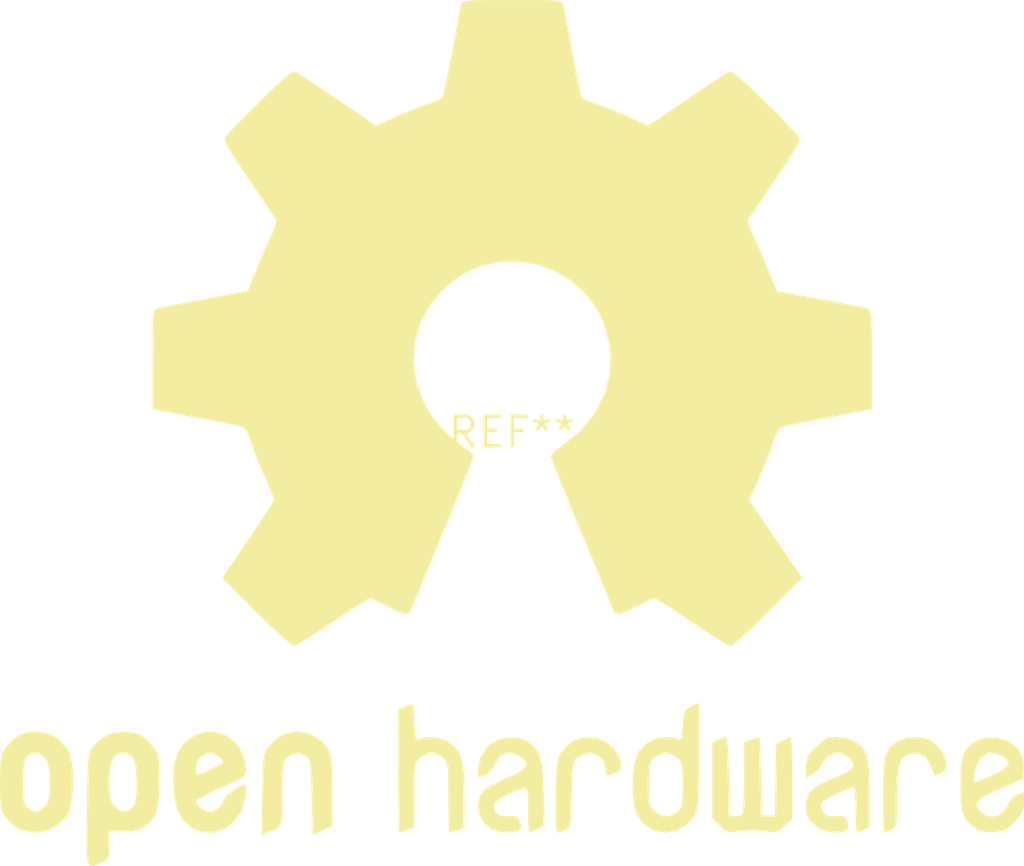
<source format=kicad_pcb>
(kicad_pcb (version 20240108) (generator pcbnew)
  (layers (0 "F.Cu" signal) (31 "B.Cu" signal) (34 "B.Paste" user) (35 "F.Paste" user) (36 "B.SilkS" user "B.Silkscreen") (37 "F.SilkS" user "F.Silkscreen") (38 "B.Mask" user) (39 "F.Mask" user) (44 "Edge.Cuts" user))
  (net 0 "")
  (footprint "OSHW-Logo2_48.7x40mm_SilkScreen" (layer "F.Cu") (at 0 0)
    (property "Reference" "REF**")
    (property "Value" "OSHW-Logo2_48.7x40mm_SilkScreen")
    (fp_poly (pts (xy 17.785632 13.133394) (xy 17.901951 13.184231) (xy 18.17959 13.404117) (xy 18.417009 13.722059) (xy 18.563842 14.061354) (xy 18.58774 14.228625) (xy 18.507618 14.462156) (xy 18.331869 14.585724) (xy 18.143436 14.660546) (xy 18.057154 14.674333) (xy 18.015141 14.574276) (xy 17.93218 14.356537) (xy 17.895784 14.258152) (xy 17.691695 13.917826) (xy 17.396205 13.748076) (xy 17.01731 13.753296) (xy 16.989246 13.759982) (xy 16.786961 13.855889) (xy 16.638247 14.042863) (xy 16.536675 14.343877) (xy 16.475815 14.781902) (xy 16.449235 15.379912) (xy 16.446744 15.698112) (xy 16.445507 16.19971) (xy 16.437409 16.54165) (xy 16.415866 16.758907) (xy 16.374293 16.88646) (xy 16.306109 16.959285) (xy 16.204729 17.012358) (xy 16.19887 17.01503) (xy 16.003636 17.097573) (xy 15.906916 17.127969) (xy 15.892054 17.036074) (xy 15.879331 16.782067) (xy 15.869663 16.39847) (xy 15.86397 15.917804) (xy 15.862836 15.566048) (xy 15.868626 14.885375) (xy 15.891273 14.368989) (xy 15.938691 13.986747) (xy 16.018793 13.708505) (xy 16.139493 13.50412) (xy 16.308706 13.343448) (xy 16.475798 13.231309) (xy 16.877582 13.082064) (xy 17.345192 13.048403) (xy 17.785632 13.133394)) (layer "F.SilkS") (stroke (width 0.01)) (fill solid))
    (fp_poly (pts (xy -8.608569 12.92573) (xy -8.296257 13.106379) (xy -8.079119 13.285689) (xy -7.920311 13.473552) (xy -7.810908 13.703291) (xy -7.74198 14.008228) (xy -7.704599 14.421688) (xy -7.689838 14.976992) (xy -7.688122 15.376171) (xy -7.688122 16.845532) (xy -8.101724 17.030944) (xy -8.515325 17.216357) (xy -8.563984 15.606983) (xy -8.58409 15.005932) (xy -8.605182 14.569669) (xy -8.631314 14.268371) (xy -8.666543 14.072214) (xy -8.714923 13.951376) (xy -8.780508 13.876032) (xy -8.80155 13.859724) (xy -9.120375 13.732355) (xy -9.442643 13.782756) (xy -9.634482 13.916475) (xy -9.712518 14.011232) (xy -9.766535 14.135574) (xy -9.800864 14.324077) (xy -9.819837 14.611314) (xy -9.827786 15.031861) (xy -9.829118 15.470139) (xy -9.82938 16.019998) (xy -9.838795 16.409204) (xy -9.870309 16.671701) (xy -9.936867 16.841436) (xy -10.051414 16.952354) (xy -10.226895 17.038401) (xy -10.461277 17.127814) (xy -10.717265 17.225141) (xy -10.686793 15.497819) (xy -10.674522 14.87513) (xy -10.660165 14.414966) (xy -10.63959 14.085228) (xy -10.60866 13.853817) (xy -10.563243 13.688632) (xy -10.499202 13.557575) (xy -10.421994 13.441947) (xy -10.049494 13.072566) (xy -9.594958 12.858962) (xy -9.100583 12.807796) (xy -8.608569 12.92573)) (layer "F.SilkS") (stroke (width 0.01)) (fill solid))
    (fp_poly (pts (xy 3.553143 13.073067) (xy 3.995217 13.236198) (xy 4.353365 13.524731) (xy 4.493439 13.72784) (xy 4.646142 14.100536) (xy 4.64297 14.370019) (xy 4.482694 14.551262) (xy 4.423391 14.58208) (xy 4.167348 14.678168) (xy 4.036587 14.653551) (xy 3.992296 14.492195) (xy 3.990039 14.403065) (xy 3.908953 14.075161) (xy 3.697603 13.845781) (xy 3.403847 13.734994) (xy 3.075545 13.76287) (xy 2.808674 13.907653) (xy 2.718537 13.990239) (xy 2.654646 14.090431) (xy 2.611487 14.241884) (xy 2.583546 14.478255) (xy 2.565309 14.833199) (xy 2.551261 15.340372) (xy 2.547623 15.500958) (xy 2.534356 16.050316) (xy 2.519271 16.436961) (xy 2.496649 16.692776) (xy 2.460769 16.849644) (xy 2.40591 16.939449) (xy 2.326354 16.994075) (xy 2.275419 17.018209) (xy 2.059111 17.100734) (xy 1.93178 17.127969) (xy 1.889707 17.037009) (xy 1.864026 16.762012) (xy 1.854599 16.299803) (xy 1.861288 15.647207) (xy 1.863371 15.546552) (xy 1.87807 14.951162) (xy 1.895451 14.51641) (xy 1.920184 14.208305) (xy 1.95694 13.992859) (xy 2.01039 13.836083) (xy 2.085204 13.703987) (xy 2.124339 13.647382) (xy 2.348731 13.396933) (xy 2.5997 13.202126) (xy 2.630426 13.185122) (xy 3.080445 13.050865) (xy 3.553143 13.073067)) (layer "F.SilkS") (stroke (width 0.01)) (fill solid))
    (fp_poly (pts (xy 11.933746 13.1328) (xy 11.948598 13.388843) (xy 11.960236 13.77797) (xy 11.967717 14.269404) (xy 11.970115 14.784851) (xy 11.970115 16.529089) (xy 11.662149 16.837055) (xy 11.449926 17.026823) (xy 11.263631 17.10369) (xy 11.009007 17.098825) (xy 10.907935 17.086446) (xy 10.592034 17.050419) (xy 10.330741 17.029776) (xy 10.26705 17.02787) (xy 10.052331 17.040341) (xy 9.745237 17.071647) (xy 9.626166 17.086446) (xy 9.333714 17.109336) (xy 9.137177 17.059615) (xy 8.942299 16.906116) (xy 8.871951 16.837055) (xy 8.563985 16.529089) (xy 8.563985 13.266491) (xy 8.811859 13.153552) (xy 9.025299 13.069899) (xy 9.150174 13.040613) (xy 9.182192 13.133166) (xy 9.212116 13.391767) (xy 9.237955 13.787828) (xy 9.257713 14.292759) (xy 9.267243 14.719349) (xy 9.29387 16.398084) (xy 9.526159 16.430928) (xy 9.737431 16.407964) (xy 9.840953 16.33361) (xy 9.869889 16.194596) (xy 9.894595 15.898479) (xy 9.913104 15.482781) (xy 9.923455 14.985023) (xy 9.924947 14.728869) (xy 9.926437 13.254289) (xy 10.232913 13.147451) (xy 10.449832 13.074811) (xy 10.567825 13.040936) (xy 10.571228 13.040613) (xy 10.583066 13.132697) (xy 10.596077 13.388036) (xy 10.609171 13.775264) (xy 10.621253 14.263014) (xy 10.629695 14.719349) (xy 10.656322 16.398084) (xy 11.24023 16.398084) (xy 11.267025 14.86655) (xy 11.293819 13.335016) (xy 11.578475 13.187815) (xy 11.788644 13.086731) (xy 11.913034 13.040861) (xy 11.916624 13.040613) (xy 11.933746 13.1328)) (layer "F.SilkS") (stroke (width 0.01)) (fill solid))
    (fp_poly (pts (xy -4.184674 12.412857) (xy -4.156154 12.810625) (xy -4.123397 13.045021) (xy -4.078004 13.147263) (xy -4.011577 13.148571) (xy -3.990038 13.136366) (xy -3.703534 13.047993) (xy -3.33085 13.053153) (xy -2.951952 13.143998) (xy -2.714966 13.261518) (xy -2.471982 13.449261) (xy -2.294355 13.661729) (xy -2.172417 13.931699) (xy -2.096501 14.291952) (xy -2.056937 14.775266) (xy -2.04406 15.414422) (xy -2.043829 15.537032) (xy -2.043678 16.914293) (xy -2.350154 17.021131) (xy -2.567826 17.093815) (xy -2.687252 17.127656) (xy -2.690767 17.127969) (xy -2.702528 17.036199) (xy -2.712537 16.783077) (xy -2.720033 16.401882) (xy -2.724254 15.925896) (xy -2.724904 15.636504) (xy -2.726258 15.06591) (xy -2.733228 14.65696) (xy -2.750177 14.376667) (xy -2.781468 14.192045) (xy -2.831463 14.070106) (xy -2.904525 13.977862) (xy -2.950142 13.933439) (xy -3.263503 13.754428) (xy -3.605452 13.741022) (xy -3.915701 13.892416) (xy -3.973074 13.947077) (xy -4.057227 14.049857) (xy -4.115599 14.171771) (xy -4.152859 14.348049) (xy -4.173678 14.613922) (xy -4.182726 15.004618) (xy -4.184674 15.543304) (xy -4.184674 16.914293) (xy -4.49115 17.021131) (xy -4.708823 17.093815) (xy -4.828248 17.127656) (xy -4.831763 17.127969) (xy -4.84075 17.034827) (xy -4.84885 16.772101) (xy -4.85574 16.364844) (xy -4.861095 15.838107) (xy -4.864589 15.216942) (xy -4.865898 14.526401) (xy -4.8659 14.495685) (xy -4.8659 11.863401) (xy -4.549616 11.729989) (xy -4.233333 11.596577) (xy -4.184674 12.412857)) (layer "F.SilkS") (stroke (width 0.01)) (fill solid))
    (fp_poly (pts (xy -19.839264 12.886716) (xy -19.383129 13.12656) (xy -19.046497 13.512555) (xy -18.926918 13.76071) (xy -18.833869 14.133306) (xy -18.786237 14.604089) (xy -18.781721 15.117904) (xy -18.818017 15.619598) (xy -18.892822 16.054017) (xy -19.003832 16.366009) (xy -19.037951 16.419741) (xy -19.442061 16.82083) (xy -19.922044 17.061058) (xy -20.442869 17.13136) (xy -20.969507 17.022673) (xy -21.116067 16.957512) (xy -21.401479 16.756706) (xy -21.651973 16.490449) (xy -21.675646 16.456681) (xy -21.77187 16.293937) (xy -21.835477 16.119967) (xy -21.873053 15.890949) (xy -21.891184 15.56306) (xy -21.896459 15.092479) (xy -21.896551 14.986973) (xy -21.896309 14.953397) (xy -20.923371 14.953397) (xy -20.917708 15.397521) (xy -20.895425 15.692246) (xy -20.848582 15.882616) (xy -20.769238 16.013673) (xy -20.728735 16.057471) (xy -20.49588 16.223906) (xy -20.269804 16.216315) (xy -20.041218 16.071946) (xy -19.904883 15.917821) (xy -19.82414 15.692858) (xy -19.778797 15.338109) (xy -19.775686 15.296734) (xy -19.767947 14.653822) (xy -19.848834 14.176333) (xy -20.017252 13.8672) (xy -20.272107 13.729356) (xy -20.363081 13.721839) (xy -20.601963 13.759642) (xy -20.765367 13.890612) (xy -20.865274 14.141087) (xy -20.913669 14.537407) (xy -20.923371 14.953397) (xy -21.896309 14.953397) (xy -21.892927 14.485529) (xy -21.877707 14.135163) (xy -21.844372 13.892381) (xy -21.786403 13.713693) (xy -21.697281 13.555605) (xy -21.677586 13.526213) (xy -21.34656 13.130022) (xy -20.985861 12.900027) (xy -20.54673 12.808729) (xy -20.397611 12.804269) (xy -19.839264 12.886716)) (layer "F.SilkS") (stroke (width 0.01)) (fill solid))
    (fp_poly (pts (xy 21.144797 13.188466) (xy 21.529833 13.440113) (xy 21.715547 13.665391) (xy 21.862679 14.074183) (xy 21.874365 14.39766) (xy 21.847893 14.830187) (xy 20.850384 15.266796) (xy 20.365369 15.48986) (xy 20.048457 15.669299) (xy 19.883672 15.824721) (xy 19.855036 15.975733) (xy 19.946573 16.141941) (xy 20.04751 16.252107) (xy 20.34121 16.428778) (xy 20.660655 16.441157) (xy 20.95404 16.30347) (xy 21.169562 16.029944) (xy 21.20811 15.933359) (xy 21.392752 15.631695) (xy 21.605176 15.503134) (xy 21.896552 15.393152) (xy 21.896552 15.810114) (xy 21.870792 16.093852) (xy 21.769886 16.333126) (xy 21.558394 16.607854) (xy 21.526959 16.643554) (xy 21.29171 16.887971) (xy 21.089491 17.01914) (xy 20.8365 17.079484) (xy 20.626768 17.099246) (xy 20.251622 17.104169) (xy 19.984567 17.041783) (xy 19.817966 16.949157) (xy 19.556126 16.745469) (xy 19.374878 16.525181) (xy 19.260173 16.248137) (xy 19.197959 15.87418) (xy 19.174187 15.363154) (xy 19.172289 15.103788) (xy 19.178741 14.792842) (xy 19.766331 14.792842) (xy 19.773146 14.959654) (xy 19.790131 14.986973) (xy 19.902219 14.949861) (xy 20.143435 14.851644) (xy 20.465825 14.712003) (xy 20.533244 14.68199) (xy 20.940677 14.474808) (xy 21.165158 14.292717) (xy 21.214493 14.122162) (xy 21.09649 13.949588) (xy 20.999036 13.873334) (xy 20.647388 13.720833) (xy 20.318254 13.746028) (xy 20.042708 13.932171) (xy 19.851826 14.262511) (xy 19.790627 14.524713) (xy 19.766331 14.792842) (xy 19.178741 14.792842) (xy 19.184864 14.497837) (xy 19.231197 14.049511) (xy 19.32298 13.723052) (xy 19.471908 13.482704) (xy 19.689671 13.292709) (xy 19.78461 13.231309) (xy 20.215876 13.071406) (xy 20.688041 13.061344) (xy 21.144797 13.188466)) (layer "F.SilkS") (stroke (width 0.01)) (fill solid))
    (fp_poly (pts (xy 7.979713 13.848185) (xy 7.978478 14.575538) (xy 7.973693 15.135064) (xy 7.963342 15.553568) (xy 7.945407 15.857851) (xy 7.917872 16.074717) (xy 7.878721 16.23097) (xy 7.825936 16.353413) (xy 7.785967 16.423303) (xy 7.454966 16.802314) (xy 7.035295 17.039883) (xy 6.570972 17.125127) (xy 6.106016 17.047166) (xy 5.829143 16.907064) (xy 5.538484 16.664705) (xy 5.340389 16.368707) (xy 5.22087 15.981068) (xy 5.165938 15.463784) (xy 5.158157 15.084291) (xy 5.159206 15.05702) (xy 5.839081 15.05702) (xy 5.843233 15.492191) (xy 5.86226 15.780268) (xy 5.906015 15.968727) (xy 5.984352 16.105046) (xy 6.077952 16.207872) (xy 6.392292 16.40635) (xy 6.7298 16.423306) (xy 7.048786 16.257597) (xy 7.073613 16.235143) (xy 7.179582 16.118341) (xy 7.246027 15.979371) (xy 7.281999 15.772539) (xy 7.29655 15.452146) (xy 7.298851 15.097929) (xy 7.293863 14.652934) (xy 7.273215 14.356074) (xy 7.228381 14.160977) (xy 7.150835 14.021273) (xy 7.087251 13.947077) (xy 6.791877 13.75995) (xy 6.451692 13.73745) (xy 6.126984 13.880379) (xy 6.064319 13.933439) (xy 5.957644 14.051272) (xy 5.891061 14.191673) (xy 5.855311 14.400836) (xy 5.841132 14.724958) (xy 5.839081 15.05702) (xy 5.159206 15.05702) (xy 5.18168 14.473157) (xy 5.261573 14.013985) (xy 5.411826 13.668774) (xy 5.646428 13.399519) (xy 5.829143 13.261518) (xy 6.161253 13.112428) (xy 6.546183 13.043225) (xy 6.903997 13.061749) (xy 7.104215 13.136476) (xy 7.182785 13.157743) (xy 7.234922 13.078449) (xy 7.271316 12.865961) (xy 7.298851 12.54229) (xy 7.328997 12.181804) (xy 7.370871 11.964916) (xy 7.447064 11.840892) (xy 7.580169 11.758997) (xy 7.663794 11.722731) (xy 7.980077 11.590239) (xy 7.979713 13.848185)) (layer "F.SilkS") (stroke (width 0.01)) (fill solid))
    (fp_poly (pts (xy -12.281494 12.948921) (xy -11.897807 13.207038) (xy -11.601297 13.57983) (xy -11.424169 14.054217) (xy -11.388344 14.403382) (xy -11.392413 14.549088) (xy -11.42648 14.660648) (xy -11.520129 14.760596) (xy -11.702946 14.871466) (xy -12.004517 15.015792) (xy -12.454427 15.216109) (xy -12.456705 15.217115) (xy -12.870831 15.406791) (xy -13.210425 15.575218) (xy -13.440777 15.704265) (xy -13.52718 15.775799) (xy -13.527203 15.776376) (xy -13.45105 15.932148) (xy -13.272968 16.103848) (xy -13.068526 16.227537) (xy -12.964948 16.252107) (xy -12.682369 16.167127) (xy -12.439024 15.954304) (xy -12.32029 15.720312) (xy -12.206066 15.547809) (xy -11.982323 15.351362) (xy -11.719308 15.181653) (xy -11.487265 15.089362) (xy -11.438742 15.084291) (xy -11.384124 15.167736) (xy -11.380833 15.381037) (xy -11.420972 15.668642) (xy -11.496645 15.975002) (xy -11.599954 16.244565) (xy -11.605172 16.255031) (xy -11.916063 16.689113) (xy -12.318986 16.98437) (xy -12.776576 17.129288) (xy -13.251467 17.112354) (xy -13.706292 16.922054) (xy -13.726515 16.908673) (xy -14.0843 16.584422) (xy -14.31956 16.161363) (xy -14.449755 15.605086) (xy -14.467227 15.448796) (xy -14.498173 14.711098) (xy -14.461074 14.367081) (xy -13.527203 14.367081) (xy -13.515069 14.581675) (xy -13.448702 14.644303) (xy -13.283247 14.59745) (xy -13.022443 14.486695) (xy -12.730914 14.347864) (xy -12.723669 14.344187) (xy -12.476567 14.214216) (xy -12.377395 14.12748) (xy -12.40185 14.03655) (xy -12.504824 13.917072) (xy -12.766799 13.74417) (xy -13.048925 13.731465) (xy -13.30199 13.857297) (xy -13.476785 14.100005) (xy -13.527203 14.367081) (xy -14.461074 14.367081) (xy -14.434521 14.120869) (xy -14.271218 13.652763) (xy -14.043879 13.324825) (xy -13.63355 12.993432) (xy -13.181572 12.829038) (xy -12.720151 12.818561) (xy -12.281494 12.948921)) (layer "F.SilkS") (stroke (width 0.01)) (fill solid))
    (fp_poly (pts (xy 0.266482 13.081201) (xy 0.64781 13.222806) (xy 0.652172 13.225528) (xy 0.888011 13.3991) (xy 1.062119 13.601945) (xy 1.184571 13.86629) (xy 1.265446 14.224363) (xy 1.314818 14.70839) (xy 1.342764 15.350598) (xy 1.345214 15.442095) (xy 1.380399 16.821737) (xy 1.084304 16.974853) (xy 0.87006 17.078326) (xy 0.740701 17.127355) (xy 0.734718 17.127969) (xy 0.712332 17.037502) (xy 0.694549 16.793471) (xy 0.683611 16.436936) (xy 0.681226 16.148231) (xy 0.681171 15.680541) (xy 0.659791 15.386837) (xy 0.585266 15.246751) (xy 0.425775 15.239916) (xy 0.149498 15.345966) (xy -0.267624 15.540908) (xy -0.574343 15.702817) (xy -0.732097 15.843288) (xy -0.778473 15.996387) (xy -0.778544 16.003964) (xy -0.702015 16.267703) (xy -0.475434 16.410182) (xy -0.128673 16.43082) (xy 0.1211 16.42724) (xy 0.252798 16.499177) (xy 0.334928 16.671969) (xy 0.382198 16.892108) (xy 0.314077 17.017015) (xy 0.288427 17.034891) (xy 0.046943 17.106686) (xy -0.291224 17.116851) (xy -0.639478 17.069262) (xy -0.886248 16.982293) (xy -1.227426 16.692618) (xy -1.421363 16.289387) (xy -1.45977 15.974359) (xy -1.43046 15.690207) (xy -1.324398 15.458254) (xy -1.114388 15.252241) (xy -0.773229 15.045907) (xy -0.273725 14.812991) (xy -0.243295 14.799827) (xy 0.206658 14.591961) (xy 0.484313 14.421486) (xy 0.603324 14.268294) (xy 0.577344 14.112277) (xy 0.420024 13.933327) (xy 0.37298 13.892146) (xy 0.057865 13.732471) (xy -0.268647 13.739194) (xy -0.553011 13.895747) (xy -0.74168 14.185562) (xy -0.75921 14.242448) (xy -0.929924 14.518347) (xy -1.146542 14.651239) (xy -1.45977 14.782941) (xy -1.45977 14.442193) (xy -1.364489 13.946907) (xy -1.081682 13.492613) (xy -0.934516 13.340636) (xy -0.599982 13.145579) (xy -0.174549 13.05728) (xy 0.266482 13.081201)) (layer "F.SilkS") (stroke (width 0.01)) (fill solid))
    (fp_poly (pts (xy -16.093668 12.873011) (xy -15.721833 13.058408) (xy -15.39364 13.399769) (xy -15.303256 13.526213) (xy -15.204792 13.691668) (xy -15.140906 13.871374) (xy -15.104357 14.111215) (xy -15.087904 14.457073) (xy -15.084291 14.913669) (xy -15.100606 15.539385) (xy -15.157319 16.009195) (xy -15.266077 16.359694) (xy -15.438527 16.627476) (xy -15.686319 16.849137) (xy -15.704526 16.862261) (xy -15.948732 16.996511) (xy -16.242801 17.062934) (xy -16.616793 17.07931) (xy -17.224775 17.07931) (xy -17.225031 17.669523) (xy -17.230688 17.998234) (xy -17.265165 18.191045) (xy -17.35526 18.306686) (xy -17.527773 18.403881) (xy -17.569202 18.423738) (xy -17.763077 18.516796) (xy -17.913187 18.575572) (xy -18.024805 18.580648) (xy -18.103206 18.512604) (xy -18.153665 18.352023) (xy -18.181456 18.079485) (xy -18.191854 17.675573) (xy -18.190133 17.120868) (xy -18.181569 16.395951) (xy -18.178895 16.179119) (xy -18.169259 15.431673) (xy -18.160627 14.942738) (xy -17.225287 14.942738) (xy -17.22003 15.357753) (xy -17.196666 15.629289) (xy -17.143806 15.808384) (xy -17.050062 15.946078) (xy -16.986415 16.013236) (xy -16.726216 16.209737) (xy -16.495842 16.225732) (xy -16.258132 16.06346) (xy -16.252107 16.057471) (xy -16.155391 15.93206) (xy -16.096556 15.761615) (xy -16.06688 15.499127) (xy -16.057638 15.097586) (xy -16.057471 15.008627) (xy -16.079805 14.455278) (xy -16.152506 14.071684) (xy -16.284118 13.837513) (xy -16.483186 13.73243) (xy -16.598238 13.721839) (xy -16.871298 13.771533) (xy -17.058597 13.935161) (xy -17.17134 14.234539) (xy -17.220734 14.691485) (xy -17.225287 14.942738) (xy -18.160627 14.942738) (xy -18.159045 14.853174) (xy -18.145844 14.41794) (xy -18.127247 14.100292) (xy -18.100846 13.874547) (xy -18.064231 13.715025) (xy -18.014995 13.596045) (xy -17.950727 13.491926) (xy -17.92317 13.452746) (xy -17.557625 13.082656) (xy -17.095449 12.872824) (xy -16.560821 12.814325) (xy -16.093668 12.873011)) (layer "F.SilkS") (stroke (width 0.01)) (fill solid))
    (fp_poly (pts (xy 14.381355 13.117188) (xy 14.661563 13.244645) (xy 14.8815 13.399085) (xy 15.042648 13.571774) (xy 15.153908 13.794544) (xy 15.224178 14.099231) (xy 15.262357 14.517669) (xy 15.277344 15.081692) (xy 15.278928 15.453109) (xy 15.278928 16.902091) (xy 15.031053 17.01503) (xy 14.83582 17.097573) (xy 14.739099 17.127969) (xy 14.720595 17.037523) (xy 14.705916 16.793648) (xy 14.696928 16.437544) (xy 14.69502 16.154789) (xy 14.686819 15.746291) (xy 14.664708 15.422226) (xy 14.632421 15.223782) (xy 14.606773 15.181609) (xy 14.434371 15.224675) (xy 14.163724 15.335131) (xy 13.85034 15.484871) (xy 13.549725 15.645783) (xy 13.317385 15.78976) (xy 13.208826 15.888692) (xy 13.208396 15.889762) (xy 13.217734 16.072856) (xy 13.301464 16.247639) (xy 13.44847 16.389604) (xy 13.663031 16.437086) (xy 13.846403 16.431553) (xy 14.106115 16.427482) (xy 14.242442 16.488328) (xy 14.324317 16.649085) (xy 14.334641 16.679399) (xy 14.370134 16.908661) (xy 14.275218 17.047867) (xy 14.027814 17.11421) (xy 13.760561 17.126479) (xy 13.279634 17.035526) (xy 13.030676 16.905634) (xy 12.723209 16.600492) (xy 12.560145 16.225941) (xy 12.545512 15.83017) (xy 12.683338 15.461369) (xy 12.890655 15.230268) (xy 13.097645 15.100884) (xy 13.422984 14.937083) (xy 13.802107 14.770972) (xy 13.8653 14.74559) (xy 14.281738 14.561816) (xy 14.521796 14.399846) (xy 14.599001 14.238825) (xy 14.526879 14.0579) (xy 14.403066 13.916475) (xy 14.110425 13.74234) (xy 13.788433 13.729279) (xy 13.493146 13.863469) (xy 13.280619 14.131088) (xy 13.252724 14.200133) (xy 13.090319 14.454084) (xy 12.853216 14.642617) (xy 12.554023 14.797336) (xy 12.554023 14.358614) (xy 12.571633 14.090559) (xy 12.64714 13.879288) (xy 12.814557 13.653877) (xy 12.975272 13.480253) (xy 13.225182 13.234407) (xy 13.419353 13.102341) (xy 13.627907 13.049367) (xy 13.863977 13.040613) (xy 14.381355 13.117188)) (layer "F.SilkS") (stroke (width 0.01)) (fill solid))
    (fp_poly (pts (xy 0.696713 -18.490006) (xy 1.223354 -18.487123) (xy 1.604491 -18.479316) (xy 1.864689 -18.464127) (xy 2.028514 -18.4391) (xy 2.120531 -18.401778) (xy 2.165305 -18.349705) (xy 2.187404 -18.280424) (xy 2.189551 -18.271456) (xy 2.223118 -18.109623) (xy 2.28525 -17.790317) (xy 2.369484 -17.347525) (xy 2.469357 -16.815231) (xy 2.578405 -16.227421) (xy 2.582214 -16.206777) (xy 2.691445 -15.630728) (xy 2.793643 -15.12177) (xy 2.882212 -14.71043) (xy 2.950558 -14.427231) (xy 2.992085 -14.3027) (xy 2.994066 -14.300494) (xy 3.116397 -14.239682) (xy 3.368619 -14.138344) (xy 3.696261 -14.018357) (xy 3.698085 -14.017717) (xy 4.110776 -13.862593) (xy 4.597319 -13.664987) (xy 5.055938 -13.466304) (xy 5.077643 -13.45648) (xy 5.824634 -13.117449) (xy 7.478729 -14.24701) (xy 7.986153 -14.59136) (xy 8.445803 -14.89921) (xy 8.83105 -15.153053) (xy 9.115263 -15.335383) (xy 9.271814 -15.428691) (xy 9.28668 -15.435611) (xy 9.400448 -15.404801) (xy 9.612938 -15.256147) (xy 9.932437 -14.982638) (xy 10.367232 -14.577264) (xy 10.811095 -14.145985) (xy 11.238981 -13.720994) (xy 11.621937 -13.33318) (xy 11.936909 -13.006492) (xy 12.160843 -12.764878) (xy 12.270686 -12.63229) (xy 12.274772 -12.625464) (xy 12.286915 -12.534478) (xy 12.241168 -12.385888) (xy 12.12623 -12.159628) (xy 11.930798 -11.83563) (xy 11.643568 -11.393829) (xy 11.260665 -10.825081) (xy 10.920846 -10.324483) (xy 10.617076 -9.875501) (xy 10.366909 -9.504201) (xy 10.187898 -9.236651) (xy 10.097599 -9.098916) (xy 10.091915 -9.089565) (xy 10.10294 -8.957598) (xy 10.18651 -8.701104) (xy 10.325994 -8.368561) (xy 10.375707 -8.262362) (xy 10.592621 -7.789247) (xy 10.82404 -7.252422) (xy 11.01203 -6.787931) (xy 11.147489 -6.443187) (xy 11.255086 -6.181195) (xy 11.317261 -6.044267) (xy 11.324991 -6.033716) (xy 11.439342 -6.01624) (xy 11.708896 -5.968354) (xy 12.097812 -5.896877) (xy 12.570249 -5.808623) (xy 13.090367 -5.710411) (xy 13.622326 -5.609056) (xy 14.130285 -5.511374) (xy 14.578402 -5.424183) (xy 14.930839 -5.354298) (xy 15.151754 -5.308537) (xy 15.205939 -5.295598) (xy 15.261911 -5.263666) (xy 15.304162 -5.191546) (xy 15.334593 -5.054896) (xy 15.355105 -4.829371) (xy 15.367599 -4.490628) (xy 15.373975 -4.014324) (xy 15.376134 -3.376116) (xy 15.376246 -3.114518) (xy 15.376246 -0.986979) (xy 14.865326 -0.886135) (xy 14.581074 -0.831454) (xy 14.156899 -0.751636) (xy 13.644385 -0.656311) (xy 13.095115 -0.555109) (xy 12.943295 -0.527312) (xy 12.436441 -0.428766) (xy 11.994893 -0.33186) (xy 11.655713 -0.245571) (xy 11.455959 -0.178875) (xy 11.422685 -0.158996) (xy 11.340977 -0.018219) (xy 11.223826 0.254565) (xy 11.09391 0.60561) (xy 11.068141 0.681226) (xy 10.897867 1.150059) (xy 10.686512 1.679048) (xy 10.47968 2.154082) (xy 10.47866 2.156288) (xy 10.134224 2.901465) (xy 11.267047 4.567786) (xy 12.399869 6.234106) (xy 10.945404 7.690999) (xy 10.505496 8.124603) (xy 10.104264 8.506828) (xy 9.764244 8.817271) (xy 9.50797 9.035527) (xy 9.357978 9.141189) (xy 9.336461 9.147893) (xy 9.210134 9.095098) (xy 8.952359 8.94832) (xy 8.591297 8.724967) (xy 8.155107 8.442448) (xy 7.683507 8.126054) (xy 7.204871 7.803327) (xy 6.778118 7.522504) (xy 6.43035 7.300861) (xy 6.188667 7.155675) (xy 6.080526 7.104215) (xy 5.948587 7.147759) (xy 5.698396 7.262501) (xy 5.381559 7.4246) (xy 5.347973 7.442617) (xy 4.921304 7.6566) (xy 4.628727 7.761543) (xy 4.44676 7.762659) (xy 4.351918 7.665159) (xy 4.351366 7.663793) (xy 4.303959 7.548327) (xy 4.190897 7.274229) (xy 4.020947 6.862713) (xy 3.802875 6.334995) (xy 3.545447 5.712288) (xy 3.25743 5.015807) (xy 2.978502 4.341487) (xy 2.671959 3.597332) (xy 2.390501 2.907973) (xy 2.142563 2.294541) (xy 1.936581 1.778169) (xy 1.780991 1.379988) (xy 1.684227 1.12113) (xy 1.654407 1.024521) (xy 1.729188 0.9137) (xy 1.924795 0.737076) (xy 2.185629 0.542347) (xy 2.928445 -0.073494) (xy 3.509059 -0.779392) (xy 3.920512 -1.560479) (xy 4.155846 -2.401886) (xy 4.208102 -3.288743) (xy 4.17012 -3.698084) (xy 3.963166 -4.547355) (xy 3.606745 -5.297329) (xy 3.122963 -5.940609) (xy 2.533926 -6.469798) (xy 1.861741 -6.8775) (xy 1.128515 -7.156317) (xy 0.356353 -7.298853) (xy -0.432638 -7.29771) (xy -1.216351 -7.145492) (xy -1.972681 -6.834802) (xy -2.67952 -6.358243) (xy -2.974546 -6.088722) (xy -3.540369 -5.396642) (xy -3.934337 -4.640349) (xy -4.159073 -3.84189) (xy -4.217199 -3.02331) (xy -4.111339 -2.206656) (xy -3.844115 -1.413974) (xy -3.41815 -0.66731) (xy -2.836068 0.011289) (xy -2.185628 0.542347) (xy -1.914696 0.745342) (xy -1.723302 0.920049) (xy -1.654406 1.024686) (xy -1.69048 1.138796) (xy -1.793076 1.411395) (xy -1.953753 1.821355) (xy -2.164072 2.347544) (xy -2.415592 2.968831) (xy -2.699874 3.664086) (xy -2.979271 4.341652) (xy -3.287518 5.086443) (xy -3.573036 5.776614) (xy -3.827059 6.390954) (xy -4.040823 6.90825) (xy -4.20556 7.307293) (xy -4.312507 7.566869) (xy -4.352135 7.663793) (xy -4.445753 7.762258) (xy -4.626835 7.76197) (xy -4.918685 7.657753) (xy -5.344604 7.444431) (xy -5.347972 7.442617) (xy -5.66866 7.277071) (xy -5.927896 7.156483) (xy -6.074075 7.104692) (xy -6.080526 7.104215) (xy -6.190569 7.156748) (xy -6.433514 7.302832) (xy -6.782258 7.52519) (xy -7.209701 7.806546) (xy -7.683506 8.126054) (xy -8.16589 8.449558) (xy -8.600652 8.730899) (xy -8.959633 8.952669) (xy -9.214672 9.09746) (xy -9.33646 9.147893) (xy -9.448606 9.081606) (xy -9.674081 8.896345) (xy -9.990355 8.612513) (xy -10.374899 8.25051) (xy -10.805183 7.830738) (xy -10.945904 7.690498) (xy -12.400868 6.233104) (xy -11.29341 4.6078) (xy -10.956846 4.108683) (xy -10.661459 3.660732) (xy -10.42382 3.289897) (xy -10.260501 3.02213) (xy -10.188072 2.88338) (xy -10.185951 2.873509) (xy -10.224135 2.742728) (xy -10.326836 2.47965) (xy -10.476281 2.128362) (xy -10.581177 1.893181) (xy -10.777308 1.442921) (xy -10.962014 0.988029) (xy -11.105213 0.603677) (xy -11.144112 0.48659) (xy -11.254629 0.173912) (xy -11.362663 -0.067685) (xy -11.422002 -0.158996) (xy -11.552952 -0.214879) (xy -11.838753 -0.294098) (xy -12.242323 -0.387677) (xy -12.726577 -0.486635) (xy -12.943295 -0.527312) (xy -13.493622 -0.628438) (xy -14.021492 -0.726357) (xy -14.475319 -0.811438) (xy -14.803522 -0.874051) (xy -14.865325 -0.886135) (xy -15.376245 -0.986979) (xy -15.376245 -3.114518) (xy -15.375097 -3.814101) (xy -15.370387 -4.3434) (xy -15.360215 -4.726756) (xy -15.342678 -4.988513) (xy -15.315876 -5.153014) (xy -15.277909 -5.244604) (xy -15.226876 -5.287624) (xy -15.205938 -5.295598) (xy -15.079652 -5.323889) (xy -14.800651 -5.380333) (xy -14.404778 -5.458115) (xy -13.927871 -5.550417) (xy -13.405773 -5.650424) (xy -12.874323 -5.751318) (xy -12.369362 -5.846284) (xy -11.92673 -5.928505) (xy -11.582268 -5.991163) (xy -11.371817 -6.027444) (xy -11.32499 -6.033716) (xy -11.282568 -6.117655) (xy -11.188665 -6.341261) (xy -11.060839 -6.662225) (xy -11.012029 -6.787931) (xy -10.815161 -7.273595) (xy -10.583333 -7.810165) (xy -10.375706 -8.262362) (xy -10.222931 -8.60813) (xy -10.121289 -8.892247) (xy -10.087359 -9.066245) (xy -10.092768 -9.089565) (xy -10.164478 -9.199661) (xy -10.328217 -9.444523) (xy -10.566411 -9.798076) (xy -10.861484 -10.234247) (xy -11.195862 -10.72696) (xy -11.261981 -10.824218) (xy -11.64996 -11.400455) (xy -11.935158 -11.839247) (xy -12.128946 -12.160797) (xy -12.242693 -12.385308) (xy -12.287769 -12.532981) (xy -12.275545 -12.624021) (xy -12.275233 -12.624601) (xy -12.179023 -12.74418) (xy -11.966223 -12.975362) (xy -11.659897 -13.294182) (xy -11.283111 -13.676671) (xy -10.858931 -14.098864) (xy -10.811094 -14.145985) (xy -10.276524 -14.663656) (xy -9.863984 -15.043767) (xy -9.565184 -15.293326) (xy -9.37184 -15.419346) (xy -9.286679 -15.435611) (xy -9.162393 -15.364656) (xy -8.904475 -15.200755) (xy -8.539556 -14.961417) (xy -8.094266 -14.664149) (xy -7.595233 -14.326457) (xy -7.478728 -14.24701) (xy -5.824633 -13.117449) (xy -5.077642 -13.45648) (xy -4.623368 -13.654058) (xy -4.135745 -13.852766) (xy -3.716551 -14.011198) (xy -3.698084 -14.017717) (xy -3.37019 -14.137743) (xy -3.11743 -14.239236) (xy -2.994274 -14.300318) (xy -2.994065 -14.300494) (xy -2.954987 -14.410904) (xy -2.888558 -14.682442) (xy -2.801375 -15.084583) (xy -2.700032 -15.586802) (xy -2.591123 -16.158574) (xy -2.582213 -16.206777) (xy -2.472965 -16.795882) (xy -2.372672 -17.330632) (xy -2.287797 -17.777041) (xy -2.224804 -18.101123) (xy -2.190155 -18.268894) (xy -2.18955 -18.271456) (xy -2.168464 -18.342824) (xy -2.127463 -18.396708) (xy -2.041979 -18.435565) (xy -1.887449 -18.461851) (xy -1.639305 -18.478022) (xy -1.272982 -18.486537) (xy -0.763916 -18.489851) (xy -0.087539 -18.490421) (xy 0 -18.490421) (xy 0.696713 -18.490006)) (layer "F.SilkS") (stroke (width 0.01)) (fill solid))
  )
)
</source>
